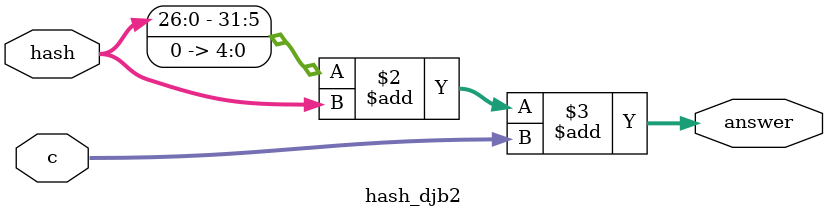
<source format=v>
module hash_djb2
(
	input [31:0] hash,
	input [31:0] c,
	output wire [31:0] answer
);

assign answer = ((hash << 5) + hash) + c;

endmodule

</source>
